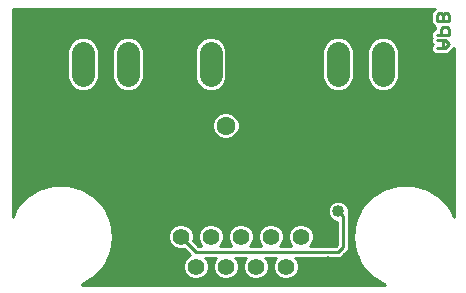
<source format=gbl>
G75*
G70*
%OFA0B0*%
%FSLAX24Y24*%
%IPPOS*%
%LPD*%
%AMOC8*
5,1,8,0,0,1.08239X$1,22.5*
%
%ADD10C,0.0100*%
%ADD11C,0.0560*%
%ADD12C,0.0750*%
%ADD13OC8,0.0630*%
%ADD14C,0.0630*%
%ADD15C,0.0400*%
D10*
X002973Y000674D02*
X003001Y000682D01*
X003420Y000952D01*
X003746Y001328D01*
X003953Y001781D01*
X004024Y002274D01*
X003953Y002767D01*
X003746Y003220D01*
X003420Y003597D01*
X003001Y003866D01*
X002523Y004006D01*
X002025Y004006D01*
X001547Y003866D01*
X001128Y003597D01*
X001128Y003597D01*
X000802Y003220D01*
X000674Y002940D01*
X000674Y009874D01*
X014752Y009874D01*
X014691Y009813D01*
X014624Y009747D01*
X014624Y009747D01*
X014624Y009747D01*
X014624Y009665D01*
X014624Y009381D01*
X014741Y009264D01*
X014758Y009264D01*
X014758Y009203D01*
X014741Y009203D01*
X014624Y009086D01*
X014624Y008920D01*
X014638Y008907D01*
X014624Y008893D01*
X014624Y008727D01*
X014675Y008676D01*
X014624Y008626D01*
X014624Y008460D01*
X014741Y008343D01*
X014941Y008343D01*
X015107Y008343D01*
X015174Y008343D01*
X015365Y008534D01*
X015374Y008543D01*
X015374Y002940D01*
X015246Y003220D01*
X014920Y003597D01*
X014501Y003866D01*
X014023Y004006D01*
X013525Y004006D01*
X013047Y003866D01*
X012628Y003597D01*
X012628Y003597D01*
X012628Y003597D01*
X012302Y003220D01*
X012095Y002767D01*
X012024Y002274D01*
X012095Y001781D01*
X012302Y001328D01*
X012628Y000952D01*
X013047Y000682D01*
X013075Y000674D01*
X002973Y000674D01*
X003001Y000682D02*
X003001Y000682D01*
X003062Y000721D02*
X012986Y000721D01*
X013047Y000682D02*
X013047Y000682D01*
X012833Y000820D02*
X003215Y000820D01*
X003368Y000918D02*
X006522Y000918D01*
X006531Y000910D02*
X006689Y000844D01*
X006860Y000844D01*
X007018Y000910D01*
X007139Y001031D01*
X007204Y001189D01*
X007204Y001360D01*
X007139Y001518D01*
X007082Y001574D01*
X007466Y001574D01*
X007410Y001518D01*
X007344Y001360D01*
X007344Y001189D01*
X007410Y001031D01*
X007531Y000910D01*
X007689Y000844D01*
X007860Y000844D01*
X008018Y000910D01*
X008139Y001031D01*
X008204Y001189D01*
X008204Y001360D01*
X008139Y001518D01*
X008082Y001574D01*
X008466Y001574D01*
X008410Y001518D01*
X008344Y001360D01*
X008344Y001189D01*
X008410Y001031D01*
X008531Y000910D01*
X008689Y000844D01*
X008860Y000844D01*
X009018Y000910D01*
X009139Y001031D01*
X009204Y001189D01*
X009204Y001360D01*
X009139Y001518D01*
X009082Y001574D01*
X009466Y001574D01*
X009410Y001518D01*
X009344Y001360D01*
X009344Y001189D01*
X009410Y001031D01*
X009531Y000910D01*
X009689Y000844D01*
X009860Y000844D01*
X010018Y000910D01*
X010139Y001031D01*
X010204Y001189D01*
X010204Y001360D01*
X010139Y001518D01*
X010082Y001574D01*
X011607Y001574D01*
X011724Y001691D01*
X011874Y001841D01*
X011874Y002007D01*
X011874Y003057D01*
X011874Y003194D01*
X011821Y003322D01*
X011722Y003421D01*
X011594Y003474D01*
X011454Y003474D01*
X011326Y003421D01*
X011227Y003322D01*
X011174Y003194D01*
X011174Y003054D01*
X011227Y002926D01*
X011326Y002827D01*
X011454Y002774D01*
X011474Y002774D01*
X011474Y002007D01*
X011441Y001974D01*
X010582Y001974D01*
X010639Y002031D01*
X010704Y002189D01*
X010704Y002360D01*
X010639Y002518D01*
X010518Y002639D01*
X010360Y002704D01*
X010189Y002704D01*
X010031Y002639D01*
X009910Y002518D01*
X009844Y002360D01*
X009844Y002189D01*
X009910Y002031D01*
X009966Y001974D01*
X009582Y001974D01*
X009639Y002031D01*
X009704Y002189D01*
X009704Y002360D01*
X009639Y002518D01*
X009518Y002639D01*
X009360Y002704D01*
X009189Y002704D01*
X009031Y002639D01*
X008910Y002518D01*
X008844Y002360D01*
X008844Y002189D01*
X008910Y002031D01*
X008966Y001974D01*
X008582Y001974D01*
X008639Y002031D01*
X008704Y002189D01*
X008704Y002360D01*
X008639Y002518D01*
X008518Y002639D01*
X008360Y002704D01*
X008189Y002704D01*
X008031Y002639D01*
X007910Y002518D01*
X007844Y002360D01*
X007844Y002189D01*
X007910Y002031D01*
X007966Y001974D01*
X007582Y001974D01*
X007639Y002031D01*
X007704Y002189D01*
X007704Y002360D01*
X007639Y002518D01*
X007518Y002639D01*
X007360Y002704D01*
X007189Y002704D01*
X007031Y002639D01*
X006910Y002518D01*
X006844Y002360D01*
X006844Y002189D01*
X006910Y002031D01*
X006966Y001974D01*
X006857Y001974D01*
X006686Y002145D01*
X006704Y002189D01*
X006704Y002360D01*
X006639Y002518D01*
X006518Y002639D01*
X006360Y002704D01*
X006189Y002704D01*
X006031Y002639D01*
X005910Y002518D01*
X005844Y002360D01*
X005844Y002189D01*
X005910Y002031D01*
X006031Y001910D01*
X006189Y001844D01*
X006360Y001844D01*
X006403Y001862D01*
X006599Y001667D01*
X006531Y001639D01*
X006410Y001518D01*
X006344Y001360D01*
X006344Y001189D01*
X006410Y001031D01*
X006531Y000910D01*
X006423Y001017D02*
X003477Y001017D01*
X003420Y000952D02*
X003420Y000952D01*
X003420Y000952D01*
X003562Y001115D02*
X006374Y001115D01*
X006344Y001214D02*
X003647Y001214D01*
X003733Y001312D02*
X006344Y001312D01*
X006365Y001411D02*
X003784Y001411D01*
X003746Y001328D02*
X003746Y001328D01*
X003829Y001510D02*
X006406Y001510D01*
X006500Y001608D02*
X003874Y001608D01*
X003919Y001707D02*
X006559Y001707D01*
X006460Y001805D02*
X003957Y001805D01*
X003953Y001781D02*
X003953Y001781D01*
X003971Y001904D02*
X006045Y001904D01*
X005938Y002002D02*
X003985Y002002D01*
X003999Y002101D02*
X005880Y002101D01*
X005844Y002199D02*
X004013Y002199D01*
X004021Y002298D02*
X005844Y002298D01*
X005859Y002396D02*
X004006Y002396D01*
X003992Y002495D02*
X005900Y002495D01*
X005985Y002594D02*
X003978Y002594D01*
X003964Y002692D02*
X006160Y002692D01*
X006389Y002692D02*
X007160Y002692D01*
X006985Y002594D02*
X006563Y002594D01*
X006648Y002495D02*
X006900Y002495D01*
X006859Y002396D02*
X006689Y002396D01*
X006704Y002298D02*
X006844Y002298D01*
X006844Y002199D02*
X006704Y002199D01*
X006730Y002101D02*
X006880Y002101D01*
X006829Y002002D02*
X006938Y002002D01*
X006774Y001774D02*
X006274Y002274D01*
X006774Y001774D02*
X011524Y001774D01*
X011674Y001924D01*
X011674Y002974D01*
X011524Y003124D01*
X011202Y002988D02*
X003852Y002988D01*
X003807Y003086D02*
X011174Y003086D01*
X011174Y003185D02*
X003762Y003185D01*
X003746Y003220D02*
X003746Y003220D01*
X003692Y003283D02*
X011211Y003283D01*
X011287Y003382D02*
X003606Y003382D01*
X003521Y003480D02*
X012527Y003480D01*
X012442Y003382D02*
X011761Y003382D01*
X011837Y003283D02*
X012357Y003283D01*
X012302Y003220D02*
X012302Y003220D01*
X012286Y003185D02*
X011874Y003185D01*
X011874Y003086D02*
X012241Y003086D01*
X012196Y002988D02*
X011874Y002988D01*
X011874Y002889D02*
X012151Y002889D01*
X012106Y002791D02*
X011874Y002791D01*
X011874Y002692D02*
X012084Y002692D01*
X012095Y002767D02*
X012095Y002767D01*
X012070Y002594D02*
X011874Y002594D01*
X011874Y002495D02*
X012056Y002495D01*
X012042Y002396D02*
X011874Y002396D01*
X011874Y002298D02*
X012028Y002298D01*
X012024Y002274D02*
X012024Y002274D01*
X012035Y002199D02*
X011874Y002199D01*
X011874Y002101D02*
X012049Y002101D01*
X012063Y002002D02*
X011874Y002002D01*
X011874Y001904D02*
X012077Y001904D01*
X012091Y001805D02*
X011838Y001805D01*
X011739Y001707D02*
X012129Y001707D01*
X012095Y001781D02*
X012095Y001781D01*
X012174Y001608D02*
X011641Y001608D01*
X011469Y002002D02*
X010610Y002002D01*
X010668Y002101D02*
X011474Y002101D01*
X011474Y002199D02*
X010704Y002199D01*
X010704Y002298D02*
X011474Y002298D01*
X011474Y002396D02*
X010689Y002396D01*
X010648Y002495D02*
X011474Y002495D01*
X011474Y002594D02*
X010563Y002594D01*
X010389Y002692D02*
X011474Y002692D01*
X011415Y002791D02*
X003942Y002791D01*
X003953Y002767D02*
X003953Y002767D01*
X003897Y002889D02*
X011264Y002889D01*
X010160Y002692D02*
X009389Y002692D01*
X009563Y002594D02*
X009985Y002594D01*
X009900Y002495D02*
X009648Y002495D01*
X009689Y002396D02*
X009859Y002396D01*
X009844Y002298D02*
X009704Y002298D01*
X009704Y002199D02*
X009844Y002199D01*
X009880Y002101D02*
X009668Y002101D01*
X009610Y002002D02*
X009938Y002002D01*
X010142Y001510D02*
X012219Y001510D01*
X012264Y001411D02*
X010183Y001411D01*
X010204Y001312D02*
X012315Y001312D01*
X012302Y001328D02*
X012302Y001328D01*
X012401Y001214D02*
X010204Y001214D01*
X010174Y001115D02*
X012486Y001115D01*
X012571Y001017D02*
X010125Y001017D01*
X010026Y000918D02*
X012680Y000918D01*
X012628Y000952D02*
X012628Y000952D01*
X015352Y002988D02*
X015374Y002988D01*
X015374Y003086D02*
X015307Y003086D01*
X015262Y003185D02*
X015374Y003185D01*
X015374Y003283D02*
X015192Y003283D01*
X015246Y003220D02*
X015246Y003220D01*
X015374Y003382D02*
X015106Y003382D01*
X015021Y003480D02*
X015374Y003480D01*
X015374Y003579D02*
X014935Y003579D01*
X014920Y003597D02*
X014920Y003597D01*
X014794Y003677D02*
X015374Y003677D01*
X015374Y003776D02*
X014641Y003776D01*
X014501Y003866D02*
X014501Y003866D01*
X014472Y003875D02*
X015374Y003875D01*
X015374Y003973D02*
X014136Y003973D01*
X014023Y004006D02*
X014023Y004006D01*
X013525Y004006D02*
X013525Y004006D01*
X013412Y003973D02*
X002636Y003973D01*
X002523Y004006D02*
X002523Y004006D01*
X002972Y003875D02*
X013077Y003875D01*
X013047Y003866D02*
X013047Y003866D01*
X012907Y003776D02*
X003141Y003776D01*
X003001Y003866D02*
X003001Y003866D01*
X003294Y003677D02*
X012754Y003677D01*
X012613Y003579D02*
X003435Y003579D01*
X003420Y003597D02*
X003420Y003597D01*
X002025Y004006D02*
X002025Y004006D01*
X001912Y003973D02*
X000674Y003973D01*
X000674Y003875D02*
X001577Y003875D01*
X001547Y003866D02*
X001547Y003866D01*
X001407Y003776D02*
X000674Y003776D01*
X000674Y003677D02*
X001254Y003677D01*
X001113Y003579D02*
X000674Y003579D01*
X000674Y003480D02*
X001027Y003480D01*
X000942Y003382D02*
X000674Y003382D01*
X000674Y003283D02*
X000857Y003283D01*
X000786Y003185D02*
X000674Y003185D01*
X000674Y003086D02*
X000741Y003086D01*
X000696Y002988D02*
X000674Y002988D01*
X000674Y004072D02*
X015374Y004072D01*
X015374Y004170D02*
X000674Y004170D01*
X000674Y004269D02*
X015374Y004269D01*
X015374Y004367D02*
X000674Y004367D01*
X000674Y004466D02*
X015374Y004466D01*
X015374Y004564D02*
X000674Y004564D01*
X000674Y004663D02*
X015374Y004663D01*
X015374Y004761D02*
X000674Y004761D01*
X000674Y004860D02*
X015374Y004860D01*
X015374Y004959D02*
X000674Y004959D01*
X000674Y005057D02*
X015374Y005057D01*
X015374Y005156D02*
X000674Y005156D01*
X000674Y005254D02*
X015374Y005254D01*
X015374Y005353D02*
X000674Y005353D01*
X000674Y005451D02*
X015374Y005451D01*
X015374Y005550D02*
X007965Y005550D01*
X008037Y005580D02*
X007867Y005509D01*
X007682Y005509D01*
X007511Y005580D01*
X007380Y005711D01*
X007309Y005882D01*
X007309Y006067D01*
X007380Y006237D01*
X007511Y006368D01*
X007682Y006439D01*
X007867Y006439D01*
X008037Y006368D01*
X008168Y006237D01*
X008239Y006067D01*
X008239Y005882D01*
X008168Y005711D01*
X008037Y005580D01*
X008106Y005648D02*
X015374Y005648D01*
X015374Y005747D02*
X008183Y005747D01*
X008224Y005845D02*
X015374Y005845D01*
X015374Y005944D02*
X008239Y005944D01*
X008239Y006043D02*
X015374Y006043D01*
X015374Y006141D02*
X008208Y006141D01*
X008166Y006240D02*
X015374Y006240D01*
X015374Y006338D02*
X008068Y006338D01*
X007872Y006437D02*
X015374Y006437D01*
X015374Y006535D02*
X000674Y006535D01*
X000674Y006437D02*
X007676Y006437D01*
X007481Y006338D02*
X000674Y006338D01*
X000674Y006240D02*
X007382Y006240D01*
X007340Y006141D02*
X000674Y006141D01*
X000674Y006043D02*
X007309Y006043D01*
X007309Y005944D02*
X000674Y005944D01*
X000674Y005845D02*
X007324Y005845D01*
X007365Y005747D02*
X000674Y005747D01*
X000674Y005648D02*
X007442Y005648D01*
X007583Y005550D02*
X000674Y005550D01*
X000674Y006634D02*
X015374Y006634D01*
X015374Y006732D02*
X000674Y006732D01*
X000674Y006831D02*
X015374Y006831D01*
X015374Y006929D02*
X000674Y006929D01*
X000674Y007028D02*
X015374Y007028D01*
X015374Y007126D02*
X013134Y007126D01*
X013129Y007124D02*
X013321Y007204D01*
X013469Y007352D01*
X013549Y007545D01*
X013549Y008504D01*
X013469Y008696D01*
X013321Y008844D01*
X013129Y008924D01*
X012920Y008924D01*
X012727Y008844D01*
X012579Y008696D01*
X012499Y008504D01*
X012499Y007545D01*
X012579Y007352D01*
X012727Y007204D01*
X012920Y007124D01*
X013129Y007124D01*
X012914Y007126D02*
X011634Y007126D01*
X011629Y007124D02*
X011821Y007204D01*
X011969Y007352D01*
X012049Y007545D01*
X012049Y008504D01*
X011969Y008696D01*
X011821Y008844D01*
X011629Y008924D01*
X011420Y008924D01*
X011227Y008844D01*
X011079Y008696D01*
X010999Y008504D01*
X010999Y007545D01*
X011079Y007352D01*
X011227Y007204D01*
X011420Y007124D01*
X011629Y007124D01*
X011842Y007225D02*
X012706Y007225D01*
X012607Y007324D02*
X011941Y007324D01*
X011998Y007422D02*
X012550Y007422D01*
X012509Y007521D02*
X012039Y007521D01*
X012049Y007619D02*
X012499Y007619D01*
X012499Y007718D02*
X012049Y007718D01*
X012049Y007816D02*
X012499Y007816D01*
X012499Y007915D02*
X012049Y007915D01*
X012049Y008013D02*
X012499Y008013D01*
X012499Y008112D02*
X012049Y008112D01*
X012049Y008210D02*
X012499Y008210D01*
X012499Y008309D02*
X012049Y008309D01*
X012049Y008408D02*
X012499Y008408D01*
X012500Y008506D02*
X012048Y008506D01*
X012007Y008605D02*
X012541Y008605D01*
X012586Y008703D02*
X011962Y008703D01*
X011864Y008802D02*
X012684Y008802D01*
X012862Y008900D02*
X011686Y008900D01*
X011362Y008900D02*
X007436Y008900D01*
X007379Y008924D02*
X007170Y008924D01*
X006977Y008844D01*
X006829Y008696D01*
X006749Y008504D01*
X006749Y007545D01*
X006829Y007352D01*
X006977Y007204D01*
X007170Y007124D01*
X007379Y007124D01*
X007571Y007204D01*
X007719Y007352D01*
X007799Y007545D01*
X007799Y008504D01*
X007719Y008696D01*
X007571Y008844D01*
X007379Y008924D01*
X007614Y008802D02*
X011184Y008802D01*
X011086Y008703D02*
X007712Y008703D01*
X007757Y008605D02*
X011041Y008605D01*
X011000Y008506D02*
X007798Y008506D01*
X007799Y008408D02*
X010999Y008408D01*
X010999Y008309D02*
X007799Y008309D01*
X007799Y008210D02*
X010999Y008210D01*
X010999Y008112D02*
X007799Y008112D01*
X007799Y008013D02*
X010999Y008013D01*
X010999Y007915D02*
X007799Y007915D01*
X007799Y007816D02*
X010999Y007816D01*
X010999Y007718D02*
X007799Y007718D01*
X007799Y007619D02*
X010999Y007619D01*
X011009Y007521D02*
X007789Y007521D01*
X007748Y007422D02*
X011050Y007422D01*
X011107Y007324D02*
X007691Y007324D01*
X007592Y007225D02*
X011206Y007225D01*
X011414Y007126D02*
X007384Y007126D01*
X007164Y007126D02*
X004634Y007126D01*
X004629Y007124D02*
X004821Y007204D01*
X004969Y007352D01*
X005049Y007545D01*
X005049Y008504D01*
X004969Y008696D01*
X004821Y008844D01*
X004629Y008924D01*
X004420Y008924D01*
X004227Y008844D01*
X004079Y008696D01*
X003999Y008504D01*
X003999Y007545D01*
X004079Y007352D01*
X004227Y007204D01*
X004420Y007124D01*
X004629Y007124D01*
X004414Y007126D02*
X003134Y007126D01*
X003129Y007124D02*
X003321Y007204D01*
X003469Y007352D01*
X003549Y007545D01*
X003549Y008504D01*
X003469Y008696D01*
X003321Y008844D01*
X003129Y008924D01*
X002920Y008924D01*
X002727Y008844D01*
X002579Y008696D01*
X002499Y008504D01*
X002499Y007545D01*
X002579Y007352D01*
X002727Y007204D01*
X002920Y007124D01*
X003129Y007124D01*
X002914Y007126D02*
X000674Y007126D01*
X000674Y007225D02*
X002706Y007225D01*
X002607Y007324D02*
X000674Y007324D01*
X000674Y007422D02*
X002550Y007422D01*
X002509Y007521D02*
X000674Y007521D01*
X000674Y007619D02*
X002499Y007619D01*
X002499Y007718D02*
X000674Y007718D01*
X000674Y007816D02*
X002499Y007816D01*
X002499Y007915D02*
X000674Y007915D01*
X000674Y008013D02*
X002499Y008013D01*
X002499Y008112D02*
X000674Y008112D01*
X000674Y008210D02*
X002499Y008210D01*
X002499Y008309D02*
X000674Y008309D01*
X000674Y008408D02*
X002499Y008408D01*
X002500Y008506D02*
X000674Y008506D01*
X000674Y008605D02*
X002541Y008605D01*
X002586Y008703D02*
X000674Y008703D01*
X000674Y008802D02*
X002684Y008802D01*
X002862Y008900D02*
X000674Y008900D01*
X000674Y008999D02*
X014624Y008999D01*
X014635Y009097D02*
X000674Y009097D01*
X000674Y009196D02*
X014734Y009196D01*
X014710Y009294D02*
X000674Y009294D01*
X000674Y009393D02*
X014624Y009393D01*
X014624Y009492D02*
X000674Y009492D01*
X000674Y009590D02*
X014624Y009590D01*
X014624Y009689D02*
X000674Y009689D01*
X000674Y009787D02*
X014665Y009787D01*
X014691Y009813D02*
X014691Y009813D01*
X014824Y009664D02*
X014824Y009464D01*
X015224Y009464D01*
X015224Y009664D01*
X015158Y009731D01*
X015091Y009731D01*
X015024Y009664D01*
X015024Y009464D01*
X015024Y009270D02*
X014958Y009203D01*
X014958Y009003D01*
X014824Y009003D02*
X015224Y009003D01*
X015224Y009203D01*
X015158Y009270D01*
X015024Y009270D01*
X014632Y008900D02*
X013186Y008900D01*
X013364Y008802D02*
X014624Y008802D01*
X014648Y008703D02*
X013462Y008703D01*
X013507Y008605D02*
X014624Y008605D01*
X014624Y008506D02*
X013548Y008506D01*
X013549Y008408D02*
X014677Y008408D01*
X014824Y008543D02*
X015091Y008543D01*
X015224Y008676D01*
X015091Y008810D01*
X014824Y008810D01*
X015024Y008810D02*
X015024Y008543D01*
X015238Y008408D02*
X015374Y008408D01*
X015374Y008506D02*
X015337Y008506D01*
X015374Y008309D02*
X013549Y008309D01*
X013549Y008210D02*
X015374Y008210D01*
X015374Y008112D02*
X013549Y008112D01*
X013549Y008013D02*
X015374Y008013D01*
X015374Y007915D02*
X013549Y007915D01*
X013549Y007816D02*
X015374Y007816D01*
X015374Y007718D02*
X013549Y007718D01*
X013549Y007619D02*
X015374Y007619D01*
X015374Y007521D02*
X013539Y007521D01*
X013498Y007422D02*
X015374Y007422D01*
X015374Y007324D02*
X013441Y007324D01*
X013342Y007225D02*
X015374Y007225D01*
X015024Y009664D02*
X014958Y009731D01*
X014891Y009731D01*
X014824Y009664D01*
X007112Y008900D02*
X004686Y008900D01*
X004864Y008802D02*
X006934Y008802D01*
X006836Y008703D02*
X004962Y008703D01*
X005007Y008605D02*
X006791Y008605D01*
X006750Y008506D02*
X005048Y008506D01*
X005049Y008408D02*
X006749Y008408D01*
X006749Y008309D02*
X005049Y008309D01*
X005049Y008210D02*
X006749Y008210D01*
X006749Y008112D02*
X005049Y008112D01*
X005049Y008013D02*
X006749Y008013D01*
X006749Y007915D02*
X005049Y007915D01*
X005049Y007816D02*
X006749Y007816D01*
X006749Y007718D02*
X005049Y007718D01*
X005049Y007619D02*
X006749Y007619D01*
X006759Y007521D02*
X005039Y007521D01*
X004998Y007422D02*
X006800Y007422D01*
X006857Y007324D02*
X004941Y007324D01*
X004842Y007225D02*
X006956Y007225D01*
X004362Y008900D02*
X003186Y008900D01*
X003364Y008802D02*
X004184Y008802D01*
X004086Y008703D02*
X003462Y008703D01*
X003507Y008605D02*
X004041Y008605D01*
X004000Y008506D02*
X003548Y008506D01*
X003549Y008408D02*
X003999Y008408D01*
X003999Y008309D02*
X003549Y008309D01*
X003549Y008210D02*
X003999Y008210D01*
X003999Y008112D02*
X003549Y008112D01*
X003549Y008013D02*
X003999Y008013D01*
X003999Y007915D02*
X003549Y007915D01*
X003549Y007816D02*
X003999Y007816D01*
X003999Y007718D02*
X003549Y007718D01*
X003549Y007619D02*
X003999Y007619D01*
X004009Y007521D02*
X003539Y007521D01*
X003498Y007422D02*
X004050Y007422D01*
X004107Y007324D02*
X003441Y007324D01*
X003342Y007225D02*
X004206Y007225D01*
X007389Y002692D02*
X008160Y002692D01*
X008389Y002692D02*
X009160Y002692D01*
X008985Y002594D02*
X008563Y002594D01*
X008648Y002495D02*
X008900Y002495D01*
X008859Y002396D02*
X008689Y002396D01*
X008704Y002298D02*
X008844Y002298D01*
X008844Y002199D02*
X008704Y002199D01*
X008668Y002101D02*
X008880Y002101D01*
X008938Y002002D02*
X008610Y002002D01*
X008406Y001510D02*
X008142Y001510D01*
X008183Y001411D02*
X008365Y001411D01*
X008344Y001312D02*
X008204Y001312D01*
X008204Y001214D02*
X008344Y001214D01*
X008374Y001115D02*
X008174Y001115D01*
X008125Y001017D02*
X008423Y001017D01*
X008522Y000918D02*
X008026Y000918D01*
X007522Y000918D02*
X007026Y000918D01*
X007125Y001017D02*
X007423Y001017D01*
X007374Y001115D02*
X007174Y001115D01*
X007204Y001214D02*
X007344Y001214D01*
X007344Y001312D02*
X007204Y001312D01*
X007183Y001411D02*
X007365Y001411D01*
X007406Y001510D02*
X007142Y001510D01*
X007610Y002002D02*
X007938Y002002D01*
X007880Y002101D02*
X007668Y002101D01*
X007704Y002199D02*
X007844Y002199D01*
X007844Y002298D02*
X007704Y002298D01*
X007689Y002396D02*
X007859Y002396D01*
X007900Y002495D02*
X007648Y002495D01*
X007563Y002594D02*
X007985Y002594D01*
X009142Y001510D02*
X009406Y001510D01*
X009365Y001411D02*
X009183Y001411D01*
X009204Y001312D02*
X009344Y001312D01*
X009344Y001214D02*
X009204Y001214D01*
X009174Y001115D02*
X009374Y001115D01*
X009423Y001017D02*
X009125Y001017D01*
X009026Y000918D02*
X009522Y000918D01*
D11*
X009774Y001274D03*
X008774Y001274D03*
X007774Y001274D03*
X006774Y001274D03*
X005774Y001274D03*
X006274Y002274D03*
X007274Y002274D03*
X008274Y002274D03*
X009274Y002274D03*
X010274Y002274D03*
D12*
X011524Y007649D02*
X011524Y008399D01*
X013024Y008399D02*
X013024Y007649D01*
X008774Y007649D02*
X008774Y008399D01*
X007274Y008399D02*
X007274Y007649D01*
X004524Y007649D02*
X004524Y008399D01*
X003024Y008399D02*
X003024Y007649D01*
D13*
X007774Y004574D03*
D14*
X007774Y005974D03*
D15*
X004374Y006124D03*
X004024Y005774D03*
X003674Y006124D03*
X003674Y005424D03*
X004374Y005424D03*
X011174Y001424D03*
X011524Y003124D03*
X012174Y005424D03*
X012524Y005774D03*
X012174Y006124D03*
X012874Y006124D03*
X012874Y005424D03*
M02*

</source>
